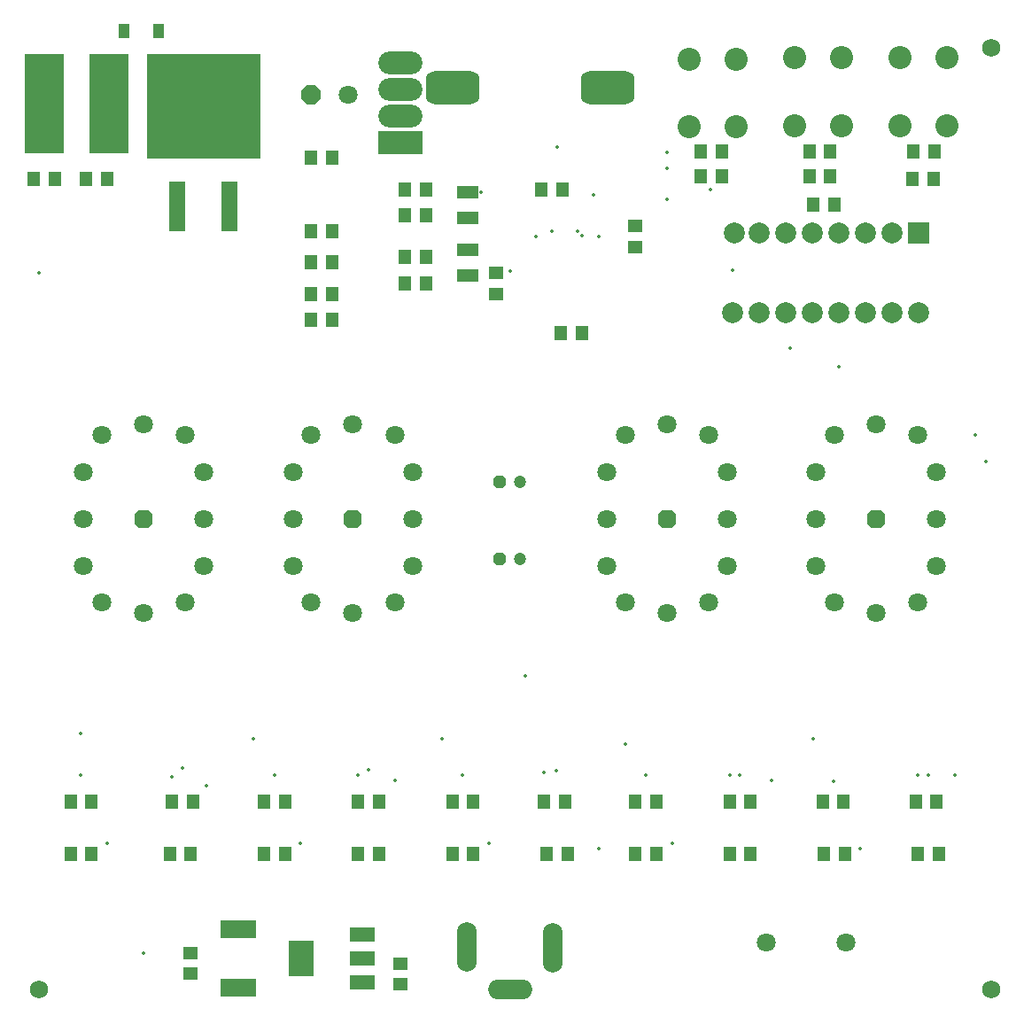
<source format=gbs>
G04*
G04 #@! TF.GenerationSoftware,Altium Limited,Altium Designer,23.1.1 (15)*
G04*
G04 Layer_Color=16711935*
%FSLAX44Y44*%
%MOMM*%
G71*
G04*
G04 #@! TF.SameCoordinates,57464860-8124-4CEE-8048-BAEBFFAEA9BF*
G04*
G04*
G04 #@! TF.FilePolarity,Negative*
G04*
G01*
G75*
%ADD20C,1.2032*%
G04:AMPARAMS|DCode=21|XSize=1.2032mm|YSize=1.2032mm|CornerRadius=0mm|HoleSize=0mm|Usage=FLASHONLY|Rotation=0.000|XOffset=0mm|YOffset=0mm|HoleType=Round|Shape=Octagon|*
%AMOCTAGOND21*
4,1,8,0.6016,-0.3008,0.6016,0.3008,0.3008,0.6016,-0.3008,0.6016,-0.6016,0.3008,-0.6016,-0.3008,-0.3008,-0.6016,0.3008,-0.6016,0.6016,-0.3008,0.0*
%
%ADD21OCTAGOND21*%

%ADD22C,1.8032*%
G04:AMPARAMS|DCode=23|XSize=1.7272mm|YSize=1.7272mm|CornerRadius=0mm|HoleSize=0mm|Usage=FLASHONLY|Rotation=0.000|XOffset=0mm|YOffset=0mm|HoleType=Round|Shape=Octagon|*
%AMOCTAGOND23*
4,1,8,0.8636,-0.4318,0.8636,0.4318,0.4318,0.8636,-0.4318,0.8636,-0.8636,0.4318,-0.8636,-0.4318,-0.4318,-0.8636,0.4318,-0.8636,0.8636,-0.4318,0.0*
%
%ADD23OCTAGOND23*%

%ADD24C,1.7272*%
%ADD25C,0.1500*%
%ADD26O,1.9032X4.7032*%
%ADD27O,4.2032X1.9032*%
%ADD28R,2.0032X2.0032*%
%ADD29C,2.0032*%
%ADD30C,2.2032*%
G04:AMPARAMS|DCode=31|XSize=1.8032mm|YSize=1.8032mm|CornerRadius=0mm|HoleSize=0mm|Usage=FLASHONLY|Rotation=0.000|XOffset=0mm|YOffset=0mm|HoleType=Round|Shape=Octagon|*
%AMOCTAGOND31*
4,1,8,0.9016,-0.4508,0.9016,0.4508,0.4508,0.9016,-0.4508,0.9016,-0.9016,0.4508,-0.9016,-0.4508,-0.4508,-0.9016,0.4508,-0.9016,0.9016,-0.4508,0.0*
%
%ADD31OCTAGOND31*%

%ADD32C,0.3532*%
%ADD66R,4.2032X2.2032*%
%ADD67O,4.2032X2.2032*%
%ADD68R,1.4532X1.2032*%
%ADD69R,1.2032X1.4532*%
G04:AMPARAMS|DCode=70|XSize=3.15mm|YSize=5.15mm|CornerRadius=0.825mm|HoleSize=0mm|Usage=FLASHONLY|Rotation=270.000|XOffset=0mm|YOffset=0mm|HoleType=Round|Shape=RoundedRectangle|*
%AMROUNDEDRECTD70*
21,1,3.1500,3.5000,0,0,270.0*
21,1,1.5000,5.1500,0,0,270.0*
1,1,1.6500,-1.7500,-0.7500*
1,1,1.6500,-1.7500,0.7500*
1,1,1.6500,1.7500,0.7500*
1,1,1.6500,1.7500,-0.7500*
%
%ADD70ROUNDEDRECTD70*%
%ADD71R,3.4032X1.8032*%
%ADD72R,2.3532X1.4032*%
%ADD73R,2.3532X3.4032*%
%ADD74R,2.0032X1.3032*%
%ADD75R,3.8032X9.6032*%
%ADD76R,1.5032X4.7032*%
%ADD77R,1.1132X1.4232*%
%ADD78R,10.9032X10.1032*%
D20*
X510000Y462000D02*
D03*
Y535000D02*
D03*
D21*
X490000Y462000D02*
D03*
Y535000D02*
D03*
D22*
X110000Y580000D02*
D03*
X190000D02*
D03*
Y420000D02*
D03*
X110000D02*
D03*
X92500Y545000D02*
D03*
Y455000D02*
D03*
X207500D02*
D03*
Y545000D02*
D03*
Y499998D02*
D03*
X92500Y500000D02*
D03*
X150000Y410000D02*
D03*
Y590000D02*
D03*
X310000Y580000D02*
D03*
X390000D02*
D03*
Y420000D02*
D03*
X310000D02*
D03*
X292500Y545000D02*
D03*
Y455000D02*
D03*
X407500D02*
D03*
Y545000D02*
D03*
Y499998D02*
D03*
X292500Y500000D02*
D03*
X350000Y410000D02*
D03*
Y590000D02*
D03*
X745000Y95000D02*
D03*
X821000D02*
D03*
X850000Y590000D02*
D03*
Y410000D02*
D03*
X792500Y500000D02*
D03*
X907500Y499998D02*
D03*
Y545000D02*
D03*
Y455000D02*
D03*
X792500D02*
D03*
Y545000D02*
D03*
X810000Y420000D02*
D03*
X890000D02*
D03*
Y580000D02*
D03*
X810000D02*
D03*
X650000Y590000D02*
D03*
Y410000D02*
D03*
X592500Y500000D02*
D03*
X707500Y499998D02*
D03*
Y545000D02*
D03*
Y455000D02*
D03*
X592500D02*
D03*
Y545000D02*
D03*
X610000Y420000D02*
D03*
X690000D02*
D03*
Y580000D02*
D03*
X610000D02*
D03*
X345000Y905000D02*
D03*
D23*
X150000Y500000D02*
D03*
X350000D02*
D03*
X850000D02*
D03*
X650000D02*
D03*
D24*
X50000Y50000D02*
D03*
X960000Y950000D02*
D03*
Y50000D02*
D03*
D25*
X479053Y911750D02*
D03*
X554053D02*
D03*
D26*
X459000Y91000D02*
D03*
X541000Y90000D02*
D03*
D27*
X500000Y50000D02*
D03*
D28*
X890400Y773100D02*
D03*
D29*
X865000D02*
D03*
X839600D02*
D03*
X814200D02*
D03*
X788800D02*
D03*
X763400D02*
D03*
X738000D02*
D03*
X714186Y773371D02*
D03*
X865000Y696900D02*
D03*
X839600D02*
D03*
X814200D02*
D03*
X763400D02*
D03*
X738000D02*
D03*
X712600D02*
D03*
X890400D02*
D03*
X788800D02*
D03*
D30*
X671047Y939416D02*
D03*
X716047D02*
D03*
X671047Y874416D02*
D03*
X716047D02*
D03*
X873000Y941000D02*
D03*
X918000D02*
D03*
X873000Y876000D02*
D03*
X918000D02*
D03*
X772026Y941000D02*
D03*
X817026D02*
D03*
X772026Y876000D02*
D03*
X817026D02*
D03*
D31*
X310000Y905000D02*
D03*
D32*
X551270Y816270D02*
D03*
X487560Y736772D02*
D03*
X500000Y736960D02*
D03*
X620000Y760000D02*
D03*
X400000Y910000D02*
D03*
X545000Y855000D02*
D03*
X650000Y835000D02*
D03*
Y805000D02*
D03*
X580000Y810000D02*
D03*
X459544Y731236D02*
D03*
X525000Y770000D02*
D03*
X568539Y770478D02*
D03*
X565000Y775000D02*
D03*
X50000Y735000D02*
D03*
X515000Y350000D02*
D03*
X585000Y185000D02*
D03*
X885000Y825000D02*
D03*
X786250Y827645D02*
D03*
X683185D02*
D03*
X310000Y695000D02*
D03*
X330500Y715000D02*
D03*
X691281Y815000D02*
D03*
X750000Y250000D02*
D03*
X925000Y255000D02*
D03*
X835000Y185000D02*
D03*
X655000Y190000D02*
D03*
X480000D02*
D03*
X390000Y250000D02*
D03*
X210000Y245000D02*
D03*
X905000Y850000D02*
D03*
X649858D02*
D03*
X585000Y770000D02*
D03*
X712500Y738040D02*
D03*
X768279Y663179D02*
D03*
X814200Y645800D02*
D03*
X955000Y555000D02*
D03*
X945000Y580000D02*
D03*
X540000Y775000D02*
D03*
X548668Y677789D02*
D03*
X529500Y815000D02*
D03*
X620000Y780000D02*
D03*
X460000Y790000D02*
D03*
X472498Y812502D02*
D03*
X790000Y290000D02*
D03*
X55000Y900000D02*
D03*
X357000Y57000D02*
D03*
X150000Y85000D02*
D03*
X460003Y757500D02*
D03*
X90000Y295000D02*
D03*
X900000Y255000D02*
D03*
X890000D02*
D03*
X809111Y249111D02*
D03*
X720000Y255000D02*
D03*
X710000D02*
D03*
X610000Y285000D02*
D03*
X435000Y290000D02*
D03*
X544228Y259228D02*
D03*
X630000Y255000D02*
D03*
X532444Y257444D02*
D03*
X455000Y255000D02*
D03*
X300000Y190000D02*
D03*
X365000Y260000D02*
D03*
X355000Y255000D02*
D03*
X115000Y190000D02*
D03*
X275000Y255000D02*
D03*
X255000Y290000D02*
D03*
X176889Y253111D02*
D03*
X186889Y261889D02*
D03*
X90000Y255000D02*
D03*
D66*
X395000Y859200D02*
D03*
D67*
Y884600D02*
D03*
Y910000D02*
D03*
Y935400D02*
D03*
D68*
X486688Y735000D02*
D03*
Y715000D02*
D03*
X395000Y75000D02*
D03*
Y55000D02*
D03*
X195000Y65000D02*
D03*
Y85000D02*
D03*
X620000Y780000D02*
D03*
Y760000D02*
D03*
D69*
X465000Y180000D02*
D03*
X445000D02*
D03*
X905000Y825000D02*
D03*
X885000D02*
D03*
X885500Y851028D02*
D03*
X905500D02*
D03*
X310000Y690000D02*
D03*
X330000D02*
D03*
X310000Y745000D02*
D03*
X330000D02*
D03*
X310000Y715000D02*
D03*
X330000D02*
D03*
X310000Y775000D02*
D03*
X330000D02*
D03*
X530000Y815000D02*
D03*
X550000D02*
D03*
X548668Y677789D02*
D03*
X568668D02*
D03*
X420000Y790000D02*
D03*
X400000D02*
D03*
X420000Y815000D02*
D03*
X400000D02*
D03*
X682676Y827645D02*
D03*
X702676D02*
D03*
X702676Y851250D02*
D03*
X682676D02*
D03*
X786250Y827645D02*
D03*
X806250D02*
D03*
X806250Y851028D02*
D03*
X786250D02*
D03*
X790000Y800000D02*
D03*
X810000D02*
D03*
X420000Y750000D02*
D03*
X400000D02*
D03*
X800000Y180000D02*
D03*
X820000D02*
D03*
X819111Y230000D02*
D03*
X799111D02*
D03*
X730000D02*
D03*
X710000D02*
D03*
X730000Y180000D02*
D03*
X710000D02*
D03*
X640000Y230000D02*
D03*
X620000D02*
D03*
Y180000D02*
D03*
X640000D02*
D03*
X285000Y230000D02*
D03*
X265000D02*
D03*
X375000Y180000D02*
D03*
X355000D02*
D03*
X375000Y230000D02*
D03*
X355000D02*
D03*
X908000D02*
D03*
X888000D02*
D03*
X910000Y180000D02*
D03*
X890000D02*
D03*
X80000Y230000D02*
D03*
X100000D02*
D03*
Y180000D02*
D03*
X80000D02*
D03*
X555000D02*
D03*
X535000D02*
D03*
X465000Y230000D02*
D03*
X445000D02*
D03*
X552444D02*
D03*
X532444D02*
D03*
X265000Y180000D02*
D03*
X285000D02*
D03*
X195000D02*
D03*
X175000D02*
D03*
X196889Y230000D02*
D03*
X176889D02*
D03*
X330000Y845000D02*
D03*
X400000Y725000D02*
D03*
X115000Y825000D02*
D03*
X310000Y845000D02*
D03*
X420000Y725000D02*
D03*
X65000Y825000D02*
D03*
X45000D02*
D03*
X95000D02*
D03*
D70*
X445053Y911750D02*
D03*
X593053D02*
D03*
D71*
X240000Y52000D02*
D03*
Y108000D02*
D03*
D72*
X359250Y103000D02*
D03*
Y80000D02*
D03*
Y57000D02*
D03*
D73*
X300750Y80000D02*
D03*
D74*
X460002Y787502D02*
D03*
Y812502D02*
D03*
Y732502D02*
D03*
Y757502D02*
D03*
D75*
X55000Y897000D02*
D03*
X117000D02*
D03*
D76*
X182000Y799000D02*
D03*
X232000D02*
D03*
D77*
X164000Y966000D02*
D03*
X131250D02*
D03*
D78*
X207000Y894000D02*
D03*
M02*

</source>
